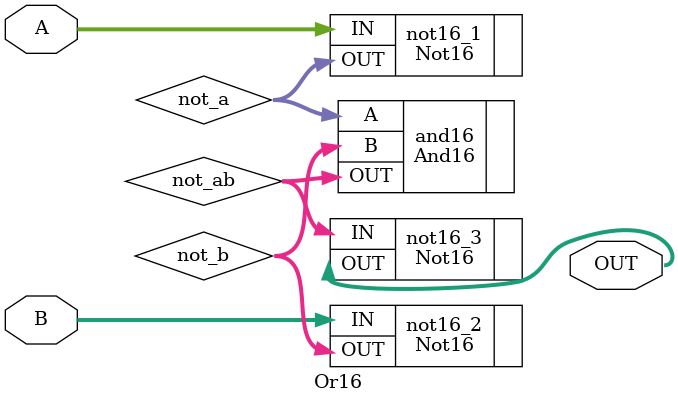
<source format=v>
/**
 * The module Or16 is a 16-bit OR gate
 * Implements: OUT = A OR B (bitwise)
 */
`default_nettype none
module Or16(
    // Data Interface
    input [15:0] A,
    input [15:0] B,
    output [15:0] OUT
);

    // --------------------------
    // Internal signals
    // --------------------------
    wire [15:0] not_a;
    wire [15:0] not_b;
    wire [15:0] not_ab;

    // --------------------------
    // Module instantiations
    // --------------------------
    
    Not16 not16_1(.IN(A), .OUT(not_a));
    Not16 not16_2(.IN(B), .OUT(not_b));
    And16 and16(.A(not_a), .B(not_b), .OUT(not_ab));
    Not16 not16_3(.IN(not_ab), .OUT(OUT));

endmodule

</source>
